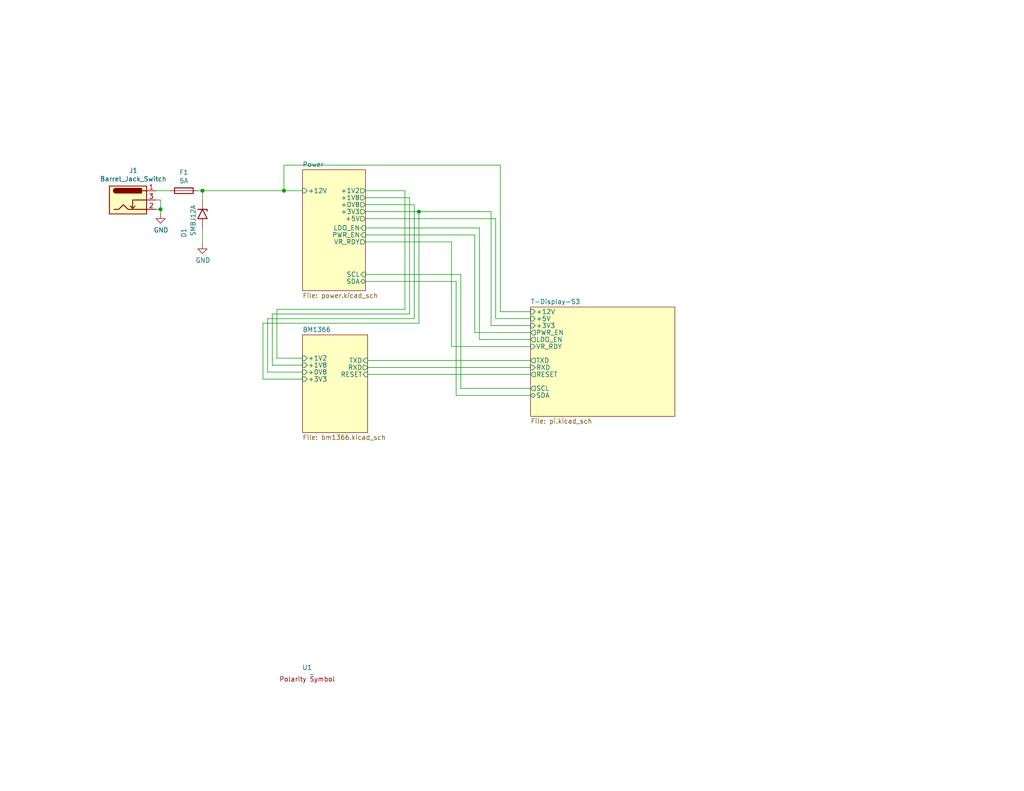
<source format=kicad_sch>
(kicad_sch (version 20250114) (generator "eeschema") (generator_version "9.0")
  (paper "A")
  (title_block (title "BM1366 PiAxe") (date "2023-10-10") (rev "202"))
  (lib_symbols
    (symbol "Connector:Barrel_Jack_Switch" (pin_names (hide yes))
      (property "Reference" "J" (at 0 5.334 0))
      (property "Value" "Barrel_Jack_Switch" (at 0 -5.08 0))
      (symbol "Barrel_Jack_Switch_0_1"
        (rectangle (start -5.08 3.81) (end 5.08 -3.81) (stroke (width 0.254)) (fill (type background)))
        (polyline (pts (xy -3.81 -2.54) (xy -2.54 -2.54) (xy -1.27 -1.27) (xy 0 -2.54) (xy 2.54 -2.54) (xy 5.08 -2.54)) (stroke (width 0.254)))
        (arc (start -3.302 1.905) (mid -3.9343 2.54) (end -3.302 3.175) (stroke (width 0.254)))
        (arc (start -3.302 1.905) (mid -3.9343 2.54) (end -3.302 3.175) (stroke (width 0.254)) (fill (type outline)))
        (polyline (pts (xy 1.27 -2.286) (xy 1.905 -1.651)) (stroke (width 0.254)))
        (rectangle (start 3.683 3.175) (end -3.302 1.905) (stroke (width 0.254)) (fill (type outline)))
        (polyline (pts (xy 5.08 2.54) (xy 3.81 2.54)) (stroke (width 0.254)))
        (polyline (pts (xy 5.08 0) (xy 1.27 0) (xy 1.27 -2.286) (xy 0.635 -1.651)) (stroke (width 0.254)))
      )
      (symbol "Barrel_Jack_Switch_1_1"
        (pin passive line (at 7.62 2.54 180) (length 2.54) (name "~") (number "1"))
        (pin passive line (at 7.62 0 180) (length 2.54) (name "~") (number "3"))
        (pin passive line (at 7.62 -2.54 180) (length 2.54) (name "~") (number "2"))
      )
    )
    (symbol "Device:Fuse" (pin_numbers (hide yes)) (pin_names (offset 0))
      (property "Reference" "F" (at 2.032 0 90))
      (property "Value" "Fuse" (at -1.905 0 90))
      (symbol "Fuse_0_1"
        (rectangle (start -0.762 -2.54) (end 0.762 2.54) (stroke (width 0.254)))
        (polyline (pts (xy 0 2.54) (xy 0 -2.54)))
      )
      (symbol "Fuse_1_1"
        (pin passive line (at 0 3.81 270) (length 1.27) (name "~") (number "1"))
        (pin passive line (at 0 -3.81 90) (length 1.27) (name "~") (number "2"))
      )
    )
    (symbol "Diode:5KPxxA" (pin_numbers (hide yes)) (pin_names (offset 1.016) (hide yes))
      (property "Reference" "D" (at 0 2.54 0))
      (property "Value" "5KPxxA" (at 0 -2.54 0))
      (symbol "5KPxxA_0_1"
        (polyline (pts (xy -0.762 1.27) (xy -1.27 1.27) (xy -1.27 -1.27)) (stroke (width 0.254)))
        (polyline (pts (xy 1.27 1.27) (xy 1.27 -1.27) (xy -1.27 0) (xy 1.27 1.27)) (stroke (width 0.254)))
      )
      (symbol "5KPxxA_1_1"
        (pin passive line (at -3.81 0 0) (length 2.54) (name "A1") (number "1"))
        (pin passive line (at 3.81 0 180) (length 2.54) (name "A2") (number "2"))
      )
    )
    (symbol "bitaxe:polarity" (in_bom no)
      (property "Reference" "U" (at 0 0 0))
      (symbol "polarity_1_1"
        (text "Polarity Symbol" (at -1.27 -1.27 0) (effects (font (size 1.27 1.27))))
      )
    )
    (symbol "power:GND" (power) (pin_names (offset 0))
      (property "Value" "GND" (at 0 -3.81 0))
      (symbol "GND_0_1"
        (polyline (pts (xy 0 0) (xy 0 -1.27) (xy 1.27 -1.27) (xy 0 -2.54) (xy -1.27 -1.27) (xy 0 -1.27)))
      )
      (symbol "GND_1_1"
        (pin power_in line (at 0 0 270) (length 0) (hide yes) (name "GND") (number "1"))
      )
    )
  )
  (junction (at 114.3 57.785))
  (junction (at 55.245 52.07))
  (junction (at 43.815 57.15))
  (junction (at 77.47 52.07))
  (wire (pts (xy 99.695 62.23) (xy 130.81 62.23)))
  (wire (pts (xy 111.76 85.725) (xy 74.295 85.725)))
  (wire (pts (xy 125.73 74.93) (xy 125.73 106.045)))
  (wire (pts (xy 99.695 76.835) (xy 124.46 76.835)))
  (wire (pts (xy 74.295 85.725) (xy 74.295 99.695)))
  (wire (pts (xy 110.49 84.455) (xy 75.565 84.455)))
  (wire (pts (xy 53.975 52.07) (xy 55.245 52.07)))
  (wire (pts (xy 73.025 101.6) (xy 82.55 101.6)))
  (wire (pts (xy 100.33 100.33) (xy 144.78 100.33)))
  (wire (pts (xy 73.025 86.995) (xy 73.025 101.6)))
  (wire (pts (xy 99.695 53.975) (xy 111.76 53.975)))
  (wire (pts (xy 129.54 64.135) (xy 129.54 90.805)))
  (wire (pts (xy 71.755 88.265) (xy 71.755 103.505)))
  (wire (pts (xy 114.3 88.265) (xy 71.755 88.265)))
  (wire (pts (xy 129.54 90.805) (xy 144.78 90.805)))
  (wire (pts (xy 43.815 57.15) (xy 43.815 58.42)))
  (wire (pts (xy 136.525 45.085) (xy 136.525 85.09)))
  (wire (pts (xy 77.47 45.085) (xy 136.525 45.085)))
  (wire (pts (xy 110.49 52.07) (xy 110.49 84.455)))
  (wire (pts (xy 100.33 102.235) (xy 144.78 102.235)))
  (wire (pts (xy 42.545 54.61) (xy 43.815 54.61)))
  (wire (pts (xy 77.47 52.07) (xy 77.47 45.085)))
  (wire (pts (xy 71.755 103.505) (xy 82.55 103.505)))
  (wire (pts (xy 74.295 99.695) (xy 82.55 99.695)))
  (wire (pts (xy 135.255 86.995) (xy 144.78 86.995)))
  (wire (pts (xy 99.695 74.93) (xy 125.73 74.93)))
  (wire (pts (xy 144.78 88.9) (xy 133.985 88.9)))
  (wire (pts (xy 113.03 86.995) (xy 73.025 86.995)))
  (wire (pts (xy 99.695 59.69) (xy 135.255 59.69)))
  (wire (pts (xy 135.255 59.69) (xy 135.255 86.995)))
  (wire (pts (xy 133.985 88.9) (xy 133.985 57.785)))
  (wire (pts (xy 75.565 97.79) (xy 82.55 97.79)))
  (wire (pts (xy 130.81 92.71) (xy 144.78 92.71)))
  (wire (pts (xy 125.73 106.045) (xy 144.78 106.045)))
  (wire (pts (xy 114.3 57.785) (xy 114.3 88.265)))
  (wire (pts (xy 55.245 54.61) (xy 55.245 52.07)))
  (wire (pts (xy 42.545 52.07) (xy 46.355 52.07)))
  (wire (pts (xy 42.545 57.15) (xy 43.815 57.15)))
  (wire (pts (xy 43.815 54.61) (xy 43.815 57.15)))
  (wire (pts (xy 99.695 66.04) (xy 123.19 66.04)))
  (wire (pts (xy 123.19 94.615) (xy 144.78 94.615)))
  (wire (pts (xy 55.245 66.675) (xy 55.245 62.23)))
  (wire (pts (xy 124.46 107.95) (xy 144.78 107.95)))
  (wire (pts (xy 77.47 52.07) (xy 82.55 52.07)))
  (wire (pts (xy 113.03 55.88) (xy 113.03 86.995)))
  (wire (pts (xy 99.695 57.785) (xy 114.3 57.785)))
  (wire (pts (xy 133.985 57.785) (xy 114.3 57.785)))
  (wire (pts (xy 75.565 84.455) (xy 75.565 97.79)))
  (wire (pts (xy 130.81 62.23) (xy 130.81 92.71)))
  (wire (pts (xy 136.525 85.09) (xy 144.78 85.09)))
  (wire (pts (xy 99.695 55.88) (xy 113.03 55.88)))
  (wire (pts (xy 100.33 98.425) (xy 144.78 98.425)))
  (wire (pts (xy 99.695 52.07) (xy 110.49 52.07)))
  (wire (pts (xy 99.695 64.135) (xy 129.54 64.135)))
  (wire (pts (xy 111.76 53.975) (xy 111.76 85.725)))
  (wire (pts (xy 123.19 66.04) (xy 123.19 94.615)))
  (wire (pts (xy 55.245 52.07) (xy 77.47 52.07)))
  (wire (pts (xy 124.46 76.835) (xy 124.46 107.95)))
  (symbol (lib_id "power:GND") (at 55.245 66.675 0) (unit 1)
    (property "Reference" "#PWR04" (effects (hide yes)))
    (property "Value" "GND" (at 55.372 71.0692 0))
  )
  (symbol (lib_id "Connector:Barrel_Jack_Switch") (at 34.925 54.61 0) (unit 1)
    (property "Reference" "J1" (at 36.3728 46.5582 0))
    (property "Value" "Barrel_Jack_Switch" (at 36.3728 48.8696 0))
    (property "Footprint" "Connector_BarrelJack:BarrelJack_CUI_PJ-102AH_Horizontal" (effects (hide yes)))
    (property "Distributor" "D" (effects (hide yes)))
    (property "Manufacturer" "PJ-102AH" (effects (hide yes)))
    (property "OrderNr" "CP-102AH-ND" (effects (hide yes)))
  )
  (symbol (lib_id "Diode:5KPxxA") (at 55.245 58.42 270) (unit 1)
    (property "Reference" "D1" (at 50.165 62.23 0) (effects (justify left)))
    (property "Value" "SMBJ12A" (at 52.705 55.88 0) (effects (justify left)))
    (property "Footprint" "Diode_SMD:D_SMB" (effects (hide yes)))
    (property "Distributor" "D" (effects (hide yes)))
    (property "Manufacturer" "SMBJ12A" (effects (hide yes)))
    (property "OrderNr" "SMBJ12ALFCT-ND" (effects (hide yes)))
  )
  (symbol (lib_id "power:GND") (at 43.815 58.42 0) (unit 1)
    (property "Reference" "#PWR03" (effects (hide yes)))
    (property "Value" "GND" (at 43.942 62.8142 0))
  )
  (symbol (lib_id "bitaxe:polarity") (at 85.09 184.15 0) (unit 1) (in_bom no)
    (property "Reference" "U1" (at 83.82 182.245 0))
    (property "Value" "~" (at 85.09 184.15 0))
    (property "Footprint" "bitaxe:polarity" (effects (hide yes)))
    (property "Distributor" "-" (effects (hide yes)))
  )
  (symbol (lib_id "Device:Fuse") (at 50.165 52.07 270) (unit 1)
    (property "Reference" "F1" (at 50.165 47.0662 90))
    (property "Value" "5A" (at 50.165 49.3776 90))
    (property "Footprint" "myfootprints:fuseholder_littlefuse_blok" (effects (hide yes)))
    (property "Distributor" "D" (effects (hide yes)))
    (property "Manufacturer" "0154005.DR" (effects (hide yes)))
    (property "OrderNr" "F1228CT-ND" (effects (hide yes)))
  )
  (sheet (at 82.55 91.44) (size 17.78 26.67) (stroke (width 0.1524)) (fill (color 255 255 194 1.0000))
    (property "Sheetname" "BM1366" (at 82.55 90.7284 0) (effects (justify left bottom)))
    (property "Sheetfile" "bm1366.kicad_sch" (at 82.55 118.6946 0) (effects (justify left top)))
    (pin "+1V2" input (at 82.55 97.79 180))
    (pin "+1V8" input (at 82.55 99.695 180))
    (pin "+0V8" input (at 82.55 101.6 180))
    (pin "+3V3" input (at 82.55 103.505 180))
    (pin "RXD" output (at 100.33 100.33 0))
    (pin "TXD" input (at 100.33 98.425 0))
    (pin "RESET" input (at 100.33 102.235 0))
  )
  (sheet (at 82.55 46.355) (size 17.145 33.02) (stroke (width 0.1524)) (fill (color 255 255 194 1.0000))
    (property "Sheetname" "Power" (at 82.55 45.6434 0) (effects (justify left bottom)))
    (property "Sheetfile" "power.kicad_sch" (at 82.55 79.9596 0) (effects (justify left top)))
    (pin "+1V2" output (at 99.695 52.07 0))
    (pin "+3V3" output (at 99.695 57.785 0))
    (pin "+1V8" output (at 99.695 53.975 0))
    (pin "+0V8" output (at 99.695 55.88 0))
    (pin "+5V" output (at 99.695 59.69 0))
    (pin "+12V" input (at 82.55 52.07 180))
    (pin "SDA" bidirectional (at 99.695 76.835 0))
    (pin "SCL" input (at 99.695 74.93 0))
    (pin "LDO_EN" input (at 99.695 62.23 0))
    (pin "VR_RDY" output (at 99.695 66.04 0))
    (pin "PWR_EN" input (at 99.695 64.135 0))
  )
  (sheet (at 144.78 83.82) (size 39.37 29.845) (stroke (width 0.1524)) (fill (color 255 255 194 1.0000))
    (property "Sheetname" "T-Display-S3" (at 144.78 83.1084 0) (effects (justify left bottom)))
    (property "Sheetfile" "pi.kicad_sch" (at 144.78 114.2496 0) (effects (justify left top)))
    (pin "+3V3" input (at 144.78 88.9 180))
    (pin "RXD" input (at 144.78 100.33 180))
    (pin "TXD" output (at 144.78 98.425 180))
    (pin "RESET" output (at 144.78 102.235 180))
    (pin "+12V" input (at 144.78 85.09 180))
    (pin "+5V" input (at 144.78 86.995 180))
    (pin "SCL" output (at 144.78 106.045 180))
    (pin "SDA" bidirectional (at 144.78 107.95 180))
    (pin "LDO_EN" output (at 144.78 92.71 180))
    (pin "VR_RDY" input (at 144.78 94.615 180))
    (pin "PWR_EN" output (at 144.78 90.805 180))
  )
)
</source>
